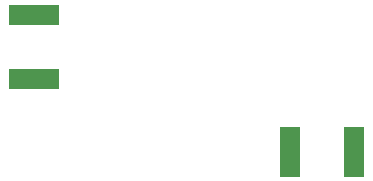
<source format=gbr>
%TF.GenerationSoftware,KiCad,Pcbnew,9.0.1-1.fc42*%
%TF.CreationDate,2025-04-12T13:57:24+02:00*%
%TF.ProjectId,ADF4158_PCB,41444634-3135-4385-9f50-43422e6b6963,rev?*%
%TF.SameCoordinates,Original*%
%TF.FileFunction,Paste,Bot*%
%TF.FilePolarity,Positive*%
%FSLAX46Y46*%
G04 Gerber Fmt 4.6, Leading zero omitted, Abs format (unit mm)*
G04 Created by KiCad (PCBNEW 9.0.1-1.fc42) date 2025-04-12 13:57:24*
%MOMM*%
%LPD*%
G01*
G04 APERTURE LIST*
%ADD10R,1.800000X4.200000*%
%ADD11R,4.200000X1.800000*%
G04 APERTURE END LIST*
D10*
%TO.C,J3*%
X151700000Y-110900000D03*
X146300000Y-110900000D03*
%TD*%
D11*
%TO.C,J2*%
X124600000Y-104700000D03*
X124600000Y-99300000D03*
%TD*%
M02*

</source>
